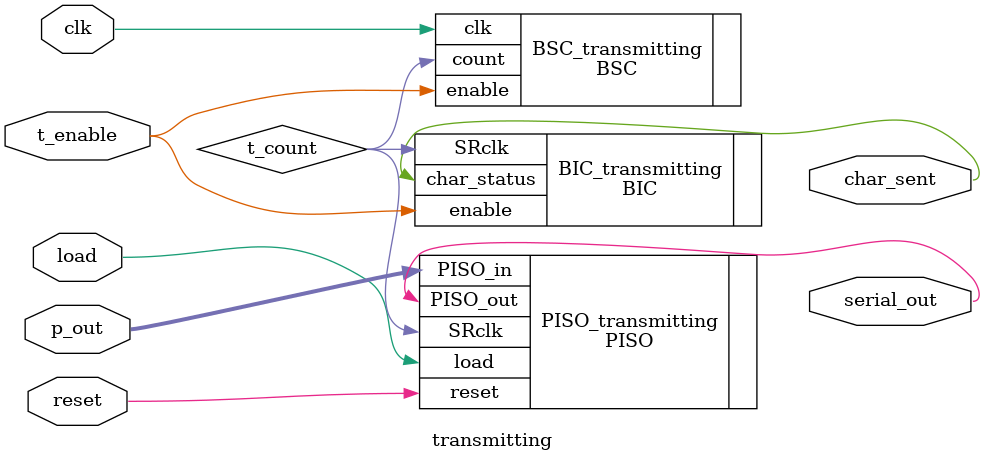
<source format=sv>
module transmitting (clk, reset, load, t_enable, serial_out, char_sent, p_out);
	input 		clk, reset, load, t_enable;
	input [7:0] p_out;
	output 		serial_out, char_sent;
	wire			t_count;
	
	BSC 		BSC_transmitting 	(.clk(clk), .enable(t_enable), .count(t_count));	
	BIC 		BIC_transmitting 	(.SRclk(t_count), .enable(t_enable), .char_status(char_sent));
	PISO 		PISO_transmitting (.SRclk(t_count), .reset(reset), .load(load), .PISO_in(p_out), .PISO_out(serial_out));
	
endmodule 
</source>
